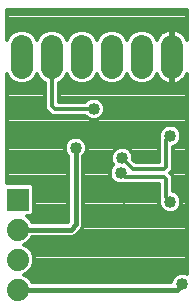
<source format=gbl>
G75*
%MOIN*%
%OFA0B0*%
%FSLAX24Y24*%
%IPPOS*%
%LPD*%
%AMOC8*
5,1,8,0,0,1.08239X$1,22.5*
%
%ADD10C,0.0740*%
%ADD11R,0.0740X0.0740*%
%ADD12C,0.0740*%
%ADD13C,0.0140*%
%ADD14C,0.0400*%
%ADD15C,0.0160*%
%ADD16C,0.0120*%
D10*
X000905Y008538D02*
X000905Y009278D01*
X001905Y009278D02*
X001905Y008538D01*
X002905Y008538D02*
X002905Y009278D01*
X003905Y009278D02*
X003905Y008538D01*
X004905Y008538D02*
X004905Y009278D01*
X005905Y009278D02*
X005905Y008538D01*
D11*
X000774Y004154D03*
D12*
X000774Y001154D03*
X000774Y002154D03*
X000774Y003154D03*
D13*
X001156Y003536D02*
X002453Y003536D01*
X002453Y003431D02*
X002426Y003404D01*
X001255Y003404D01*
X001232Y003459D01*
X001080Y003611D01*
X001075Y003614D01*
X001215Y003614D01*
X001314Y003713D01*
X001314Y004594D01*
X001215Y004694D01*
X000398Y004694D01*
X000398Y008351D01*
X000448Y008232D01*
X000600Y008080D01*
X000798Y007998D01*
X001013Y007998D01*
X001211Y008080D01*
X001363Y008232D01*
X001405Y008334D01*
X001448Y008232D01*
X001600Y008080D01*
X001673Y008049D01*
X001673Y007182D01*
X001808Y007048D01*
X001908Y006948D01*
X003010Y006948D01*
X003094Y006864D01*
X003230Y006808D01*
X003377Y006808D01*
X003513Y006864D01*
X003617Y006968D01*
X003673Y007104D01*
X003673Y007251D01*
X003617Y007387D01*
X003513Y007491D01*
X003377Y007548D01*
X003230Y007548D01*
X003094Y007491D01*
X003010Y007408D01*
X002133Y007408D01*
X002133Y008048D01*
X002211Y008080D01*
X002363Y008232D01*
X002405Y008334D01*
X002448Y008232D01*
X002600Y008080D01*
X002798Y007998D01*
X003013Y007998D01*
X003211Y008080D01*
X003363Y008232D01*
X003405Y008334D01*
X003448Y008232D01*
X003600Y008080D01*
X003798Y007998D01*
X004013Y007998D01*
X004211Y008080D01*
X004363Y008232D01*
X004405Y008334D01*
X004448Y008232D01*
X004600Y008080D01*
X004798Y007998D01*
X005013Y007998D01*
X005211Y008080D01*
X005363Y008232D01*
X005405Y008332D01*
X005405Y008331D01*
X005444Y008255D01*
X005494Y008186D01*
X005554Y008126D01*
X005622Y008076D01*
X005698Y008037D01*
X005779Y008011D01*
X005863Y007998D01*
X005865Y007998D01*
X005865Y008868D01*
X005945Y008868D01*
X005945Y007998D01*
X005948Y007998D01*
X006032Y008011D01*
X006113Y008037D01*
X006188Y008076D01*
X006257Y008126D01*
X006317Y008186D01*
X006367Y008255D01*
X006406Y008331D01*
X006408Y008339D01*
X006408Y001664D01*
X006327Y001698D01*
X006180Y001698D01*
X006044Y001641D01*
X005940Y001537D01*
X005884Y001404D01*
X001255Y001404D01*
X001232Y001459D01*
X001080Y001611D01*
X000978Y001654D01*
X001080Y001696D01*
X001232Y001848D01*
X001314Y002046D01*
X001314Y002261D01*
X001232Y002459D01*
X001080Y002611D01*
X000978Y002654D01*
X001080Y002696D01*
X001232Y002848D01*
X001255Y002904D01*
X002579Y002904D01*
X002671Y002942D01*
X002845Y003116D01*
X002915Y003186D01*
X002953Y003278D01*
X002953Y005604D01*
X003017Y005668D01*
X003073Y005804D01*
X003073Y005951D01*
X003017Y006087D01*
X002913Y006191D01*
X002777Y006248D01*
X002630Y006248D01*
X002494Y006191D01*
X002390Y006087D01*
X002333Y005951D01*
X002333Y005804D01*
X002390Y005668D01*
X002453Y005604D01*
X002453Y003431D01*
X002453Y003675D02*
X001276Y003675D01*
X001314Y003813D02*
X002453Y003813D01*
X002453Y003952D02*
X001314Y003952D01*
X001314Y004090D02*
X002453Y004090D01*
X002453Y004229D02*
X001314Y004229D01*
X001314Y004367D02*
X002453Y004367D01*
X002453Y004506D02*
X001314Y004506D01*
X001264Y004644D02*
X002453Y004644D01*
X002453Y004783D02*
X000398Y004783D01*
X000398Y004921D02*
X002453Y004921D01*
X002453Y005060D02*
X000398Y005060D01*
X000398Y005198D02*
X002453Y005198D01*
X002453Y005337D02*
X000398Y005337D01*
X000398Y005475D02*
X002453Y005475D01*
X002444Y005614D02*
X000398Y005614D01*
X000398Y005752D02*
X002355Y005752D01*
X002333Y005891D02*
X000398Y005891D01*
X000398Y006029D02*
X002366Y006029D01*
X002470Y006168D02*
X000398Y006168D01*
X000398Y006306D02*
X005483Y006306D01*
X005483Y006351D02*
X005483Y006233D01*
X005473Y006223D01*
X005473Y005391D01*
X004715Y005391D01*
X004623Y005483D01*
X004623Y005601D01*
X004567Y005737D01*
X004463Y005841D01*
X004327Y005898D01*
X004180Y005898D01*
X004044Y005841D01*
X003940Y005737D01*
X003883Y005601D01*
X003883Y005454D01*
X003940Y005318D01*
X003955Y005303D01*
X003890Y005237D01*
X003833Y005101D01*
X003833Y004954D01*
X003890Y004818D01*
X003994Y004714D01*
X004130Y004658D01*
X004277Y004658D01*
X004320Y004676D01*
X005473Y004676D01*
X005473Y004132D01*
X005483Y004122D01*
X005483Y004004D01*
X005540Y003868D01*
X005644Y003764D01*
X005780Y003708D01*
X005927Y003708D01*
X006063Y003764D01*
X006167Y003868D01*
X006223Y004004D01*
X006223Y004151D01*
X006167Y004287D01*
X006063Y004391D01*
X005933Y004445D01*
X005933Y004923D01*
X005829Y005028D01*
X005867Y005066D01*
X005933Y005132D01*
X005933Y005910D01*
X006063Y005964D01*
X006167Y006068D01*
X006223Y006204D01*
X006223Y006351D01*
X006167Y006487D01*
X006063Y006591D01*
X005927Y006648D01*
X005780Y006648D01*
X005644Y006591D01*
X005540Y006487D01*
X005483Y006351D01*
X005522Y006445D02*
X000398Y006445D01*
X000398Y006583D02*
X005636Y006583D01*
X006071Y006583D02*
X006408Y006583D01*
X006408Y006445D02*
X006185Y006445D01*
X006223Y006306D02*
X006408Y006306D01*
X006408Y006168D02*
X006208Y006168D01*
X006128Y006029D02*
X006408Y006029D01*
X006408Y005891D02*
X005933Y005891D01*
X005933Y005752D02*
X006408Y005752D01*
X006408Y005614D02*
X005933Y005614D01*
X005933Y005475D02*
X006408Y005475D01*
X006408Y005337D02*
X005933Y005337D01*
X005933Y005198D02*
X006408Y005198D01*
X006408Y005060D02*
X005861Y005060D01*
X005933Y004921D02*
X006408Y004921D01*
X006408Y004783D02*
X005933Y004783D01*
X005933Y004644D02*
X006408Y004644D01*
X006408Y004506D02*
X005933Y004506D01*
X006087Y004367D02*
X006408Y004367D01*
X006408Y004229D02*
X006191Y004229D01*
X006223Y004090D02*
X006408Y004090D01*
X006408Y003952D02*
X006202Y003952D01*
X006112Y003813D02*
X006408Y003813D01*
X006408Y003675D02*
X002953Y003675D01*
X002953Y003536D02*
X006408Y003536D01*
X006408Y003398D02*
X002953Y003398D01*
X002946Y003259D02*
X006408Y003259D01*
X006408Y003121D02*
X002850Y003121D01*
X002712Y002982D02*
X006408Y002982D01*
X006408Y002844D02*
X001228Y002844D01*
X001090Y002705D02*
X006408Y002705D01*
X006408Y002567D02*
X001125Y002567D01*
X001245Y002428D02*
X006408Y002428D01*
X006408Y002290D02*
X001303Y002290D01*
X001314Y002151D02*
X006408Y002151D01*
X006408Y002013D02*
X001300Y002013D01*
X001243Y001874D02*
X006408Y001874D01*
X006408Y001736D02*
X001120Y001736D01*
X001095Y001597D02*
X006000Y001597D01*
X005907Y001459D02*
X001233Y001459D01*
X002953Y003813D02*
X005595Y003813D01*
X005505Y003952D02*
X002953Y003952D01*
X002953Y004090D02*
X005483Y004090D01*
X005473Y004229D02*
X002953Y004229D01*
X002953Y004367D02*
X005473Y004367D01*
X005473Y004506D02*
X002953Y004506D01*
X002953Y004644D02*
X005473Y004644D01*
X005473Y005475D02*
X004631Y005475D01*
X004618Y005614D02*
X005473Y005614D01*
X005473Y005752D02*
X004552Y005752D01*
X004344Y005891D02*
X005473Y005891D01*
X005473Y006029D02*
X003041Y006029D01*
X003073Y005891D02*
X004163Y005891D01*
X003955Y005752D02*
X003052Y005752D01*
X002963Y005614D02*
X003889Y005614D01*
X003883Y005475D02*
X002953Y005475D01*
X002953Y005337D02*
X003932Y005337D01*
X003874Y005198D02*
X002953Y005198D01*
X002953Y005060D02*
X003833Y005060D01*
X003847Y004921D02*
X002953Y004921D01*
X002953Y004783D02*
X003925Y004783D01*
X002937Y006168D02*
X005473Y006168D01*
X006408Y006722D02*
X000398Y006722D01*
X000398Y006860D02*
X003103Y006860D01*
X003504Y006860D02*
X006408Y006860D01*
X006408Y006999D02*
X003630Y006999D01*
X003673Y007137D02*
X006408Y007137D01*
X006408Y007276D02*
X003663Y007276D01*
X003590Y007414D02*
X006408Y007414D01*
X006408Y007553D02*
X002133Y007553D01*
X002133Y007691D02*
X006408Y007691D01*
X006408Y007830D02*
X002133Y007830D01*
X002133Y007968D02*
X006408Y007968D01*
X006408Y008107D02*
X006231Y008107D01*
X006360Y008245D02*
X006408Y008245D01*
X005945Y008245D02*
X005865Y008245D01*
X005865Y008384D02*
X005945Y008384D01*
X005945Y008522D02*
X005865Y008522D01*
X005865Y008661D02*
X005945Y008661D01*
X005945Y008799D02*
X005865Y008799D01*
X005865Y008948D02*
X005865Y009818D01*
X005863Y009818D01*
X005779Y009805D01*
X005698Y009778D01*
X005622Y009740D01*
X005554Y009690D01*
X005494Y009630D01*
X005317Y009630D01*
X005363Y009584D02*
X005211Y009736D01*
X005013Y009818D01*
X004798Y009818D01*
X004600Y009736D01*
X004448Y009584D01*
X004405Y009482D01*
X004363Y009584D01*
X004211Y009736D01*
X004013Y009818D01*
X003798Y009818D01*
X003600Y009736D01*
X003448Y009584D01*
X003405Y009482D01*
X003363Y009584D01*
X003211Y009736D01*
X003013Y009818D01*
X002798Y009818D01*
X002600Y009736D01*
X002448Y009584D01*
X002405Y009482D01*
X002363Y009584D01*
X002211Y009736D01*
X002013Y009818D01*
X001798Y009818D01*
X001600Y009736D01*
X001448Y009584D01*
X001405Y009482D01*
X001363Y009584D01*
X001211Y009736D01*
X001013Y009818D01*
X000798Y009818D01*
X000600Y009736D01*
X000448Y009584D01*
X000398Y009465D01*
X000398Y010483D01*
X006408Y010483D01*
X006408Y009477D01*
X006406Y009485D01*
X006367Y009561D01*
X006317Y009630D01*
X006408Y009630D01*
X006317Y009630D02*
X006257Y009690D01*
X006188Y009740D01*
X006113Y009778D01*
X006032Y009805D01*
X005948Y009818D01*
X005945Y009818D01*
X005945Y008948D01*
X005865Y008948D01*
X005865Y009076D02*
X005945Y009076D01*
X005945Y009215D02*
X005865Y009215D01*
X005865Y009353D02*
X005945Y009353D01*
X005945Y009492D02*
X005865Y009492D01*
X005865Y009630D02*
X005945Y009630D01*
X005945Y009769D02*
X005865Y009769D01*
X005679Y009769D02*
X005132Y009769D01*
X005363Y009584D02*
X005405Y009484D01*
X005405Y009485D01*
X005444Y009561D01*
X005494Y009630D01*
X005408Y009492D02*
X005401Y009492D01*
X004679Y009769D02*
X004132Y009769D01*
X004317Y009630D02*
X004494Y009630D01*
X004409Y009492D02*
X004401Y009492D01*
X003679Y009769D02*
X003132Y009769D01*
X003317Y009630D02*
X003494Y009630D01*
X003409Y009492D02*
X003401Y009492D01*
X002679Y009769D02*
X002132Y009769D01*
X002317Y009630D02*
X002494Y009630D01*
X002409Y009492D02*
X002401Y009492D01*
X001679Y009769D02*
X001132Y009769D01*
X001317Y009630D02*
X001494Y009630D01*
X001409Y009492D02*
X001401Y009492D01*
X000679Y009769D02*
X000398Y009769D01*
X000398Y009907D02*
X006408Y009907D01*
X006408Y009769D02*
X006132Y009769D01*
X006408Y010046D02*
X000398Y010046D01*
X000398Y010184D02*
X006408Y010184D01*
X006408Y010323D02*
X000398Y010323D01*
X000398Y010461D02*
X006408Y010461D01*
X006403Y009492D02*
X006408Y009492D01*
X005451Y008245D02*
X005369Y008245D01*
X005238Y008107D02*
X005580Y008107D01*
X005865Y008107D02*
X005945Y008107D01*
X004573Y008107D02*
X004238Y008107D01*
X004369Y008245D02*
X004442Y008245D01*
X003573Y008107D02*
X003238Y008107D01*
X003369Y008245D02*
X003442Y008245D01*
X003017Y007414D02*
X002133Y007414D01*
X001673Y007414D02*
X000398Y007414D01*
X000398Y007276D02*
X001673Y007276D01*
X001719Y007137D02*
X000398Y007137D01*
X000398Y006999D02*
X001857Y006999D01*
X001673Y007553D02*
X000398Y007553D01*
X000398Y007691D02*
X001673Y007691D01*
X001673Y007830D02*
X000398Y007830D01*
X000398Y007968D02*
X001673Y007968D01*
X001573Y008107D02*
X001238Y008107D01*
X001369Y008245D02*
X001442Y008245D01*
X002238Y008107D02*
X002573Y008107D01*
X002442Y008245D02*
X002369Y008245D01*
X000573Y008107D02*
X000398Y008107D01*
X000398Y008245D02*
X000442Y008245D01*
X000398Y009492D02*
X000409Y009492D01*
X000398Y009630D02*
X000494Y009630D01*
D14*
X003303Y007178D03*
X002703Y005878D03*
X001553Y004528D03*
X004203Y005028D03*
X004253Y005528D03*
X004303Y003828D03*
X005853Y004078D03*
X005853Y006278D03*
X005753Y001628D03*
X006253Y001328D03*
D15*
X006079Y001154D01*
X000774Y001154D01*
X000774Y003154D02*
X002529Y003154D01*
X002703Y003328D01*
X002703Y005878D01*
D16*
X003303Y007178D02*
X002003Y007178D01*
X001903Y007278D01*
X001903Y008906D01*
X001905Y008908D01*
X004253Y005528D02*
X004620Y005161D01*
X005637Y005161D01*
X005703Y005228D01*
X005703Y006128D01*
X005853Y006278D01*
X005626Y004906D02*
X005703Y004828D01*
X005703Y004228D01*
X005853Y004078D01*
X005626Y004906D02*
X004326Y004906D01*
X004203Y005028D01*
M02*

</source>
